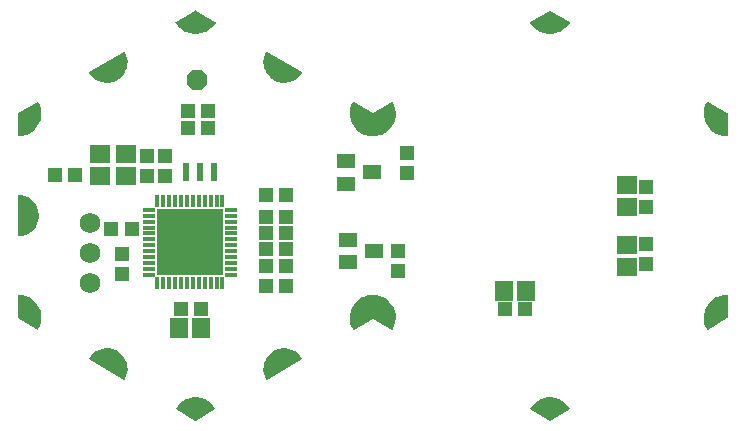
<source format=gbr>
G04 EAGLE Gerber RS-274X export*
G75*
%MOMM*%
%FSLAX34Y34*%
%LPD*%
%INSoldermask Bottom*%
%IPPOS*%
%AMOC8*
5,1,8,0,0,1.08239X$1,22.5*%
G01*
%ADD10C,1.203200*%
%ADD11P,1.869504X8X22.500000*%
%ADD12R,1.303200X1.203200*%
%ADD13R,1.203200X1.303200*%
%ADD14R,1.703200X1.503200*%
%ADD15R,1.503200X1.703200*%
%ADD16C,1.727200*%
%ADD17R,1.603200X1.203200*%
%ADD18R,0.457200X1.016000*%
%ADD19R,1.016000X0.457200*%
%ADD20R,5.588000X5.588000*%
%ADD21R,0.603200X1.603197*%

G36*
X8Y154416D02*
X8Y154416D01*
X21Y154415D01*
X3071Y154657D01*
X3104Y154667D01*
X3150Y154670D01*
X6122Y155399D01*
X6153Y155413D01*
X6198Y155424D01*
X6262Y155451D01*
X7438Y155951D01*
X8614Y156450D01*
X9015Y156620D01*
X9043Y156639D01*
X9086Y156657D01*
X11674Y158290D01*
X11699Y158313D01*
X11738Y158338D01*
X14031Y160364D01*
X14052Y160391D01*
X14087Y160422D01*
X16025Y162790D01*
X16041Y162820D01*
X16071Y162856D01*
X17604Y165504D01*
X17615Y165536D01*
X17638Y165577D01*
X17691Y165716D01*
X17692Y165716D01*
X17692Y165717D01*
X18452Y167713D01*
X18452Y167714D01*
X18642Y168213D01*
X18727Y168436D01*
X18732Y168470D01*
X18749Y168514D01*
X19365Y171511D01*
X19365Y171545D01*
X19375Y171591D01*
X19501Y174648D01*
X19496Y174681D01*
X19498Y174728D01*
X19133Y177766D01*
X19123Y177798D01*
X19117Y177845D01*
X18269Y180785D01*
X18254Y180815D01*
X18241Y180860D01*
X16933Y183626D01*
X16915Y183649D01*
X16905Y183676D01*
X16856Y183728D01*
X16813Y183785D01*
X16789Y183800D01*
X16769Y183820D01*
X16703Y183849D01*
X16642Y183885D01*
X16613Y183889D01*
X16587Y183900D01*
X16515Y183901D01*
X16444Y183910D01*
X16417Y183903D01*
X16388Y183903D01*
X16294Y183868D01*
X16253Y183857D01*
X16245Y183850D01*
X16232Y183845D01*
X-19Y174489D01*
X-16270Y183845D01*
X-16297Y183854D01*
X-16320Y183871D01*
X-16391Y183885D01*
X-16458Y183908D01*
X-16487Y183906D01*
X-16515Y183912D01*
X-16585Y183898D01*
X-16657Y183892D01*
X-16682Y183879D01*
X-16710Y183874D01*
X-16769Y183834D01*
X-16833Y183801D01*
X-16851Y183778D01*
X-16875Y183762D01*
X-16933Y183680D01*
X-16959Y183647D01*
X-16962Y183637D01*
X-16970Y183626D01*
X-18279Y180860D01*
X-18287Y180827D01*
X-18307Y180785D01*
X-19155Y177845D01*
X-19157Y177811D01*
X-19171Y177766D01*
X-19536Y174728D01*
X-19533Y174694D01*
X-19539Y174648D01*
X-19412Y171591D01*
X-19404Y171558D01*
X-19402Y171511D01*
X-18787Y168514D01*
X-18773Y168482D01*
X-18764Y168436D01*
X-17676Y165577D01*
X-17658Y165548D01*
X-17641Y165504D01*
X-16108Y162856D01*
X-16086Y162831D01*
X-16062Y162790D01*
X-14124Y160422D01*
X-14098Y160401D01*
X-14069Y160364D01*
X-11776Y158338D01*
X-11747Y158321D01*
X-11712Y158290D01*
X-9124Y156657D01*
X-9092Y156645D01*
X-9052Y156620D01*
X-6236Y155424D01*
X-6203Y155417D01*
X-6160Y155399D01*
X-3188Y154670D01*
X-3154Y154669D01*
X-3109Y154657D01*
X-58Y154415D01*
X-30Y154418D01*
X-2Y154414D01*
X8Y154416D01*
G37*
G36*
X16548Y-9273D02*
X16548Y-9273D01*
X16619Y-9267D01*
X16644Y-9254D01*
X16673Y-9249D01*
X16732Y-9209D01*
X16795Y-9176D01*
X16814Y-9153D01*
X16837Y-9137D01*
X16895Y-9055D01*
X16922Y-9022D01*
X16925Y-9012D01*
X16933Y-9001D01*
X18241Y-6235D01*
X18249Y-6202D01*
X18269Y-6160D01*
X19117Y-3220D01*
X19120Y-3186D01*
X19133Y-3141D01*
X19498Y-103D01*
X19496Y-69D01*
X19501Y-23D01*
X19375Y3034D01*
X19366Y3067D01*
X19365Y3114D01*
X18749Y6111D01*
X18736Y6143D01*
X18727Y6189D01*
X17638Y9048D01*
X17620Y9077D01*
X17604Y9121D01*
X16071Y11769D01*
X16048Y11794D01*
X16025Y11835D01*
X14087Y14203D01*
X14061Y14224D01*
X14031Y14261D01*
X11738Y16287D01*
X11709Y16304D01*
X11674Y16335D01*
X9086Y17968D01*
X9054Y17980D01*
X9015Y18005D01*
X6198Y19201D01*
X6165Y19208D01*
X6122Y19226D01*
X3150Y19955D01*
X3116Y19956D01*
X3071Y19968D01*
X21Y20210D01*
X-7Y20207D01*
X-35Y20211D01*
X-45Y20209D01*
X-58Y20210D01*
X-3109Y19968D01*
X-3141Y19958D01*
X-3188Y19955D01*
X-6160Y19226D01*
X-6190Y19212D01*
X-6236Y19201D01*
X-6400Y19131D01*
X-7576Y18632D01*
X-8752Y18132D01*
X-9052Y18005D01*
X-9080Y17986D01*
X-9124Y17968D01*
X-11712Y16335D01*
X-11736Y16312D01*
X-11776Y16287D01*
X-14069Y14261D01*
X-14089Y14234D01*
X-14124Y14203D01*
X-16062Y11835D01*
X-16078Y11805D01*
X-16108Y11769D01*
X-17641Y9121D01*
X-17652Y9089D01*
X-17676Y9048D01*
X-18764Y6189D01*
X-18770Y6155D01*
X-18787Y6111D01*
X-19402Y3114D01*
X-19402Y3080D01*
X-19412Y3034D01*
X-19539Y-23D01*
X-19534Y-56D01*
X-19536Y-103D01*
X-19171Y-3141D01*
X-19160Y-3173D01*
X-19155Y-3220D01*
X-18307Y-6160D01*
X-18291Y-6190D01*
X-18279Y-6235D01*
X-16970Y-9001D01*
X-16953Y-9024D01*
X-16943Y-9051D01*
X-16894Y-9103D01*
X-16851Y-9160D01*
X-16826Y-9175D01*
X-16807Y-9195D01*
X-16741Y-9224D01*
X-16679Y-9260D01*
X-16651Y-9264D01*
X-16624Y-9275D01*
X-16553Y-9276D01*
X-16482Y-9285D01*
X-16454Y-9278D01*
X-16426Y-9278D01*
X-16331Y-9243D01*
X-16290Y-9232D01*
X-16282Y-9225D01*
X-16270Y-9220D01*
X-19Y136D01*
X16232Y-9220D01*
X16259Y-9229D01*
X16283Y-9246D01*
X16353Y-9260D01*
X16421Y-9283D01*
X16449Y-9281D01*
X16477Y-9287D01*
X16548Y-9273D01*
G37*
G36*
X-299991Y69816D02*
X-299991Y69816D01*
X-299978Y69815D01*
X-297179Y70047D01*
X-297146Y70057D01*
X-297098Y70060D01*
X-294376Y70750D01*
X-294345Y70765D01*
X-294298Y70776D01*
X-291727Y71904D01*
X-291699Y71924D01*
X-291655Y71943D01*
X-289304Y73479D01*
X-289279Y73504D01*
X-289239Y73530D01*
X-287173Y75431D01*
X-287161Y75448D01*
X-287148Y75457D01*
X-287138Y75473D01*
X-287117Y75492D01*
X-285393Y77708D01*
X-285378Y77739D01*
X-285348Y77777D01*
X-284012Y80246D01*
X-284001Y80279D01*
X-283978Y80322D01*
X-283067Y82977D01*
X-283062Y83012D01*
X-283047Y83057D01*
X-282584Y85826D01*
X-282586Y85861D01*
X-282578Y85909D01*
X-282578Y88716D01*
X-282584Y88750D01*
X-282584Y88799D01*
X-283047Y91568D01*
X-283059Y91600D01*
X-283067Y91648D01*
X-283978Y94303D01*
X-283996Y94333D01*
X-284012Y94379D01*
X-285348Y96848D01*
X-285370Y96875D01*
X-285393Y96917D01*
X-287117Y99133D01*
X-287144Y99156D01*
X-287173Y99194D01*
X-289239Y101095D01*
X-289269Y101113D01*
X-289304Y101146D01*
X-291655Y102682D01*
X-291687Y102694D01*
X-291727Y102721D01*
X-294298Y103849D01*
X-294332Y103856D01*
X-294376Y103875D01*
X-297098Y104565D01*
X-297133Y104566D01*
X-297179Y104578D01*
X-299978Y104810D01*
X-300006Y104807D01*
X-300035Y104811D01*
X-300104Y104795D01*
X-300175Y104787D01*
X-300200Y104772D01*
X-300229Y104765D01*
X-300286Y104723D01*
X-300348Y104688D01*
X-300365Y104665D01*
X-300389Y104648D01*
X-300425Y104587D01*
X-300468Y104530D01*
X-300475Y104502D01*
X-300490Y104477D01*
X-300507Y104378D01*
X-300517Y104337D01*
X-300516Y104326D01*
X-300518Y104313D01*
X-300518Y70313D01*
X-300512Y70284D01*
X-300515Y70255D01*
X-300493Y70187D01*
X-300478Y70118D01*
X-300462Y70094D01*
X-300453Y70066D01*
X-300406Y70012D01*
X-300366Y69954D01*
X-300341Y69938D01*
X-300322Y69916D01*
X-300258Y69885D01*
X-300198Y69847D01*
X-300170Y69842D01*
X-300143Y69829D01*
X-300044Y69821D01*
X-300002Y69814D01*
X-299991Y69816D01*
G37*
G36*
X-210253Y-51573D02*
X-210253Y-51573D01*
X-210182Y-51568D01*
X-210156Y-51554D01*
X-210127Y-51549D01*
X-210069Y-51509D01*
X-210005Y-51476D01*
X-209987Y-51454D01*
X-209963Y-51437D01*
X-209906Y-51356D01*
X-209879Y-51323D01*
X-209875Y-51312D01*
X-209867Y-51301D01*
X-208669Y-48765D01*
X-208661Y-48732D01*
X-208640Y-48688D01*
X-207875Y-45990D01*
X-207872Y-45956D01*
X-207859Y-45909D01*
X-207549Y-43122D01*
X-207551Y-43093D01*
X-207550Y-43083D01*
X-207551Y-43078D01*
X-207546Y-43039D01*
X-207699Y-40239D01*
X-207708Y-40206D01*
X-207710Y-40157D01*
X-208322Y-37420D01*
X-208336Y-37389D01*
X-208346Y-37342D01*
X-209400Y-34743D01*
X-209419Y-34714D01*
X-209437Y-34669D01*
X-210904Y-32279D01*
X-210928Y-32253D01*
X-210953Y-32212D01*
X-212794Y-30096D01*
X-212821Y-30075D01*
X-212853Y-30039D01*
X-215016Y-28254D01*
X-215047Y-28238D01*
X-215084Y-28207D01*
X-217512Y-26804D01*
X-217545Y-26793D01*
X-217586Y-26768D01*
X-220212Y-25783D01*
X-220246Y-25778D01*
X-220291Y-25761D01*
X-223044Y-25221D01*
X-223078Y-25222D01*
X-223126Y-25212D01*
X-225929Y-25133D01*
X-225963Y-25139D01*
X-226011Y-25138D01*
X-228789Y-25521D01*
X-228822Y-25532D01*
X-228870Y-25539D01*
X-231547Y-26374D01*
X-231578Y-26391D01*
X-231623Y-26405D01*
X-234127Y-27670D01*
X-234154Y-27691D01*
X-234197Y-27713D01*
X-236458Y-29373D01*
X-236481Y-29398D01*
X-236520Y-29427D01*
X-238477Y-31436D01*
X-238496Y-31465D01*
X-238529Y-31499D01*
X-240129Y-33803D01*
X-240140Y-33830D01*
X-240159Y-33852D01*
X-240179Y-33920D01*
X-240207Y-33985D01*
X-240208Y-34015D01*
X-240216Y-34043D01*
X-240208Y-34113D01*
X-240209Y-34184D01*
X-240197Y-34211D01*
X-240194Y-34240D01*
X-240159Y-34302D01*
X-240132Y-34368D01*
X-240111Y-34388D01*
X-240097Y-34414D01*
X-240020Y-34477D01*
X-239990Y-34507D01*
X-239979Y-34511D01*
X-239969Y-34520D01*
X-210569Y-51520D01*
X-210541Y-51529D01*
X-210517Y-51546D01*
X-210448Y-51560D01*
X-210380Y-51583D01*
X-210351Y-51581D01*
X-210323Y-51587D01*
X-210253Y-51573D01*
G37*
G36*
X-223126Y199837D02*
X-223126Y199837D01*
X-223092Y199845D01*
X-223044Y199846D01*
X-220291Y200386D01*
X-220259Y200399D01*
X-220212Y200408D01*
X-217586Y201393D01*
X-217557Y201412D01*
X-217512Y201429D01*
X-215084Y202832D01*
X-215058Y202855D01*
X-215016Y202879D01*
X-212853Y204664D01*
X-212831Y204691D01*
X-212794Y204721D01*
X-210953Y206837D01*
X-210936Y206868D01*
X-210904Y206904D01*
X-209437Y209294D01*
X-209425Y209327D01*
X-209400Y209368D01*
X-208346Y211967D01*
X-208340Y212001D01*
X-208322Y212045D01*
X-207710Y214782D01*
X-207710Y214817D01*
X-207699Y214864D01*
X-207546Y217664D01*
X-207551Y217699D01*
X-207549Y217747D01*
X-207859Y220534D01*
X-207870Y220567D01*
X-207875Y220615D01*
X-208640Y223313D01*
X-208656Y223344D01*
X-208669Y223390D01*
X-209867Y225926D01*
X-209885Y225949D01*
X-209895Y225977D01*
X-209944Y226028D01*
X-209986Y226085D01*
X-210012Y226100D01*
X-210032Y226121D01*
X-210097Y226149D01*
X-210158Y226185D01*
X-210187Y226189D01*
X-210214Y226201D01*
X-210285Y226201D01*
X-210356Y226210D01*
X-210384Y226203D01*
X-210413Y226203D01*
X-210506Y226168D01*
X-210547Y226157D01*
X-210556Y226150D01*
X-210569Y226145D01*
X-239969Y209145D01*
X-239990Y209125D01*
X-240017Y209113D01*
X-240064Y209060D01*
X-240118Y209013D01*
X-240130Y208987D01*
X-240150Y208965D01*
X-240173Y208897D01*
X-240203Y208833D01*
X-240204Y208804D01*
X-240214Y208777D01*
X-240209Y208706D01*
X-240212Y208635D01*
X-240202Y208607D01*
X-240200Y208578D01*
X-240157Y208488D01*
X-240142Y208448D01*
X-240135Y208440D01*
X-240129Y208428D01*
X-238529Y206124D01*
X-238504Y206100D01*
X-238477Y206061D01*
X-236520Y204052D01*
X-236491Y204032D01*
X-236458Y203998D01*
X-234197Y202338D01*
X-234165Y202324D01*
X-234127Y202295D01*
X-231623Y201030D01*
X-231590Y201021D01*
X-231547Y200999D01*
X-228870Y200164D01*
X-228835Y200160D01*
X-228789Y200146D01*
X-226011Y199763D01*
X-225977Y199765D01*
X-225929Y199758D01*
X-223126Y199837D01*
G37*
G36*
X-89654Y-51578D02*
X-89654Y-51578D01*
X-89625Y-51578D01*
X-89532Y-51543D01*
X-89491Y-51532D01*
X-89482Y-51525D01*
X-89469Y-51520D01*
X-60069Y-34520D01*
X-60047Y-34500D01*
X-60021Y-34488D01*
X-59973Y-34435D01*
X-59920Y-34388D01*
X-59907Y-34362D01*
X-59888Y-34340D01*
X-59865Y-34272D01*
X-59834Y-34208D01*
X-59833Y-34179D01*
X-59824Y-34152D01*
X-59829Y-34081D01*
X-59826Y-34010D01*
X-59836Y-33982D01*
X-59838Y-33953D01*
X-59880Y-33863D01*
X-59895Y-33823D01*
X-59903Y-33815D01*
X-59909Y-33803D01*
X-61508Y-31499D01*
X-61533Y-31475D01*
X-61561Y-31436D01*
X-63518Y-29427D01*
X-63546Y-29407D01*
X-63580Y-29373D01*
X-65841Y-27713D01*
X-65872Y-27699D01*
X-65911Y-27670D01*
X-68414Y-26405D01*
X-68447Y-26396D01*
X-68490Y-26374D01*
X-71168Y-25539D01*
X-71202Y-25535D01*
X-71248Y-25521D01*
X-74026Y-25138D01*
X-74061Y-25140D01*
X-74109Y-25133D01*
X-76912Y-25212D01*
X-76946Y-25220D01*
X-76994Y-25221D01*
X-79746Y-25761D01*
X-79778Y-25774D01*
X-79825Y-25783D01*
X-82451Y-26768D01*
X-82481Y-26787D01*
X-82526Y-26804D01*
X-84954Y-28207D01*
X-84980Y-28230D01*
X-85021Y-28254D01*
X-87185Y-30039D01*
X-87207Y-30066D01*
X-87244Y-30096D01*
X-89084Y-32212D01*
X-89102Y-32243D01*
X-89133Y-32279D01*
X-90600Y-34669D01*
X-90612Y-34702D01*
X-90638Y-34743D01*
X-91691Y-37342D01*
X-91698Y-37376D01*
X-91716Y-37420D01*
X-92327Y-40157D01*
X-92328Y-40192D01*
X-92338Y-40239D01*
X-92491Y-43039D01*
X-92486Y-43074D01*
X-92489Y-43122D01*
X-92178Y-45909D01*
X-92168Y-45942D01*
X-92163Y-45990D01*
X-91398Y-48688D01*
X-91382Y-48719D01*
X-91369Y-48765D01*
X-90170Y-51301D01*
X-90153Y-51324D01*
X-90142Y-51352D01*
X-90094Y-51403D01*
X-90051Y-51460D01*
X-90026Y-51475D01*
X-90006Y-51496D01*
X-89941Y-51524D01*
X-89879Y-51560D01*
X-89850Y-51564D01*
X-89824Y-51576D01*
X-89753Y-51576D01*
X-89682Y-51585D01*
X-89654Y-51578D01*
G37*
G36*
X-74074Y199764D02*
X-74074Y199764D01*
X-74026Y199763D01*
X-71248Y200146D01*
X-71215Y200157D01*
X-71168Y200164D01*
X-68490Y200999D01*
X-68460Y201016D01*
X-68414Y201030D01*
X-65911Y202295D01*
X-65884Y202316D01*
X-65841Y202338D01*
X-63580Y203998D01*
X-63557Y204023D01*
X-63518Y204052D01*
X-61561Y206061D01*
X-61542Y206090D01*
X-61508Y206124D01*
X-59909Y208428D01*
X-59897Y208455D01*
X-59879Y208477D01*
X-59858Y208545D01*
X-59830Y208610D01*
X-59830Y208640D01*
X-59822Y208668D01*
X-59829Y208738D01*
X-59829Y208809D01*
X-59840Y208836D01*
X-59843Y208865D01*
X-59878Y208927D01*
X-59906Y208993D01*
X-59926Y209013D01*
X-59941Y209039D01*
X-60017Y209102D01*
X-60048Y209132D01*
X-60058Y209136D01*
X-60069Y209145D01*
X-89469Y226145D01*
X-89497Y226154D01*
X-89520Y226171D01*
X-89590Y226185D01*
X-89657Y226208D01*
X-89686Y226206D01*
X-89715Y226212D01*
X-89785Y226198D01*
X-89856Y226193D01*
X-89882Y226179D01*
X-89910Y226174D01*
X-89969Y226134D01*
X-90032Y226101D01*
X-90051Y226079D01*
X-90075Y226062D01*
X-90132Y225981D01*
X-90159Y225948D01*
X-90162Y225937D01*
X-90170Y225926D01*
X-91369Y223390D01*
X-91377Y223357D01*
X-91398Y223313D01*
X-92163Y220615D01*
X-92165Y220581D01*
X-92178Y220534D01*
X-92489Y217747D01*
X-92486Y217719D01*
X-92487Y217714D01*
X-92486Y217709D01*
X-92491Y217664D01*
X-92338Y214864D01*
X-92330Y214831D01*
X-92327Y214782D01*
X-91716Y212045D01*
X-91702Y212014D01*
X-91691Y211967D01*
X-90638Y209368D01*
X-90618Y209339D01*
X-90600Y209294D01*
X-89133Y206904D01*
X-89110Y206878D01*
X-89084Y206837D01*
X-87244Y204721D01*
X-87216Y204700D01*
X-87185Y204664D01*
X-85021Y202879D01*
X-84991Y202863D01*
X-84954Y202832D01*
X-82526Y201429D01*
X-82493Y201418D01*
X-82451Y201393D01*
X-79825Y200408D01*
X-79791Y200403D01*
X-79746Y200386D01*
X-76994Y199846D01*
X-76959Y199847D01*
X-76912Y199837D01*
X-74109Y199758D01*
X-74074Y199764D01*
G37*
G36*
X-300010Y154377D02*
X-300010Y154377D01*
X-299997Y154375D01*
X-296941Y154622D01*
X-296908Y154632D01*
X-296861Y154635D01*
X-293884Y155369D01*
X-293854Y155383D01*
X-293808Y155394D01*
X-290987Y156596D01*
X-290959Y156615D01*
X-290916Y156633D01*
X-288325Y158272D01*
X-288300Y158296D01*
X-288260Y158321D01*
X-285965Y160354D01*
X-285945Y160381D01*
X-285910Y160412D01*
X-283970Y162787D01*
X-283955Y162817D01*
X-283925Y162853D01*
X-282392Y165508D01*
X-282381Y165541D01*
X-282357Y165581D01*
X-281270Y168448D01*
X-281264Y168481D01*
X-281248Y168525D01*
X-280634Y171529D01*
X-280634Y171563D01*
X-280625Y171609D01*
X-280501Y174673D01*
X-280507Y174706D01*
X-280504Y174753D01*
X-280874Y177797D01*
X-280885Y177829D01*
X-280890Y177876D01*
X-281743Y180821D01*
X-281759Y180851D01*
X-281772Y180896D01*
X-283086Y183666D01*
X-283103Y183689D01*
X-283114Y183716D01*
X-283163Y183768D01*
X-283205Y183825D01*
X-283230Y183840D01*
X-283250Y183861D01*
X-283316Y183889D01*
X-283377Y183925D01*
X-283406Y183929D01*
X-283433Y183940D01*
X-283504Y183941D01*
X-283575Y183950D01*
X-283603Y183942D01*
X-283631Y183942D01*
X-283725Y183907D01*
X-283766Y183896D01*
X-283775Y183889D01*
X-283787Y183884D01*
X-300265Y174345D01*
X-300322Y174293D01*
X-300384Y174248D01*
X-300396Y174228D01*
X-300413Y174213D01*
X-300446Y174143D01*
X-300486Y174077D01*
X-300490Y174052D01*
X-300499Y174033D01*
X-300501Y173989D01*
X-300514Y173913D01*
X-300536Y154874D01*
X-300531Y154845D01*
X-300533Y154816D01*
X-300511Y154749D01*
X-300497Y154679D01*
X-300481Y154655D01*
X-300472Y154627D01*
X-300425Y154573D01*
X-300385Y154515D01*
X-300360Y154499D01*
X-300341Y154477D01*
X-300277Y154446D01*
X-300217Y154407D01*
X-300189Y154403D01*
X-300163Y154390D01*
X-300063Y154381D01*
X-300021Y154374D01*
X-300010Y154377D01*
G37*
G36*
X-283472Y-9313D02*
X-283472Y-9313D01*
X-283401Y-9307D01*
X-283375Y-9294D01*
X-283346Y-9288D01*
X-283287Y-9248D01*
X-283224Y-9216D01*
X-283205Y-9193D01*
X-283181Y-9177D01*
X-283124Y-9095D01*
X-283097Y-9063D01*
X-283094Y-9052D01*
X-283086Y-9041D01*
X-281772Y-6271D01*
X-281763Y-6238D01*
X-281743Y-6196D01*
X-280890Y-3251D01*
X-280887Y-3217D01*
X-280874Y-3172D01*
X-280504Y-128D01*
X-280507Y-94D01*
X-280501Y-48D01*
X-280625Y3016D01*
X-280633Y3049D01*
X-280634Y3096D01*
X-281248Y6100D01*
X-281261Y6131D01*
X-281270Y6177D01*
X-282357Y9044D01*
X-282375Y9073D01*
X-282392Y9117D01*
X-283925Y11772D01*
X-283947Y11798D01*
X-283970Y11838D01*
X-285910Y14213D01*
X-285936Y14235D01*
X-285965Y14271D01*
X-288260Y16305D01*
X-288290Y16321D01*
X-288325Y16353D01*
X-290916Y17992D01*
X-290948Y18004D01*
X-290987Y18029D01*
X-293808Y19231D01*
X-293841Y19238D01*
X-293884Y19256D01*
X-296861Y19990D01*
X-296895Y19991D01*
X-296941Y20003D01*
X-299997Y20250D01*
X-300026Y20246D01*
X-300054Y20251D01*
X-300124Y20234D01*
X-300194Y20226D01*
X-300220Y20211D01*
X-300248Y20205D01*
X-300305Y20162D01*
X-300367Y20127D01*
X-300384Y20104D01*
X-300408Y20087D01*
X-300444Y20025D01*
X-300487Y19968D01*
X-300494Y19940D01*
X-300509Y19915D01*
X-300525Y19817D01*
X-300536Y19776D01*
X-300534Y19765D01*
X-300536Y19751D01*
X-300514Y712D01*
X-300498Y637D01*
X-300490Y560D01*
X-300478Y540D01*
X-300474Y517D01*
X-300430Y454D01*
X-300393Y387D01*
X-300373Y370D01*
X-300361Y353D01*
X-300323Y329D01*
X-300265Y280D01*
X-283787Y-9259D01*
X-283760Y-9268D01*
X-283736Y-9285D01*
X-283666Y-9300D01*
X-283599Y-9322D01*
X-283570Y-9320D01*
X-283542Y-9326D01*
X-283472Y-9313D01*
G37*
G36*
X149997Y-86377D02*
X149997Y-86377D01*
X150074Y-86378D01*
X150099Y-86369D01*
X150119Y-86367D01*
X150159Y-86347D01*
X150230Y-86320D01*
X166730Y-76820D01*
X166752Y-76801D01*
X166778Y-76789D01*
X166812Y-76751D01*
X166815Y-76749D01*
X166818Y-76745D01*
X166826Y-76736D01*
X166879Y-76689D01*
X166892Y-76663D01*
X166911Y-76641D01*
X166935Y-76574D01*
X166965Y-76509D01*
X166967Y-76480D01*
X166976Y-76453D01*
X166971Y-76382D01*
X166975Y-76311D01*
X166965Y-76284D01*
X166963Y-76255D01*
X166920Y-76164D01*
X166905Y-76124D01*
X166898Y-76116D01*
X166892Y-76104D01*
X165150Y-73580D01*
X165126Y-73557D01*
X165100Y-73518D01*
X162976Y-71307D01*
X162948Y-71288D01*
X162915Y-71254D01*
X160464Y-69412D01*
X160433Y-69397D01*
X160396Y-69369D01*
X157681Y-67944D01*
X157649Y-67934D01*
X157607Y-67912D01*
X154699Y-66941D01*
X154673Y-66938D01*
X154663Y-66937D01*
X154621Y-66922D01*
X151594Y-66430D01*
X151561Y-66432D01*
X151514Y-66424D01*
X148448Y-66424D01*
X148415Y-66431D01*
X148368Y-66430D01*
X145342Y-66922D01*
X145310Y-66934D01*
X145264Y-66941D01*
X142355Y-67912D01*
X142326Y-67929D01*
X142281Y-67944D01*
X139566Y-69369D01*
X139540Y-69390D01*
X139498Y-69412D01*
X137047Y-71254D01*
X137025Y-71279D01*
X136987Y-71307D01*
X134863Y-73518D01*
X134845Y-73547D01*
X134812Y-73580D01*
X133070Y-76104D01*
X133059Y-76131D01*
X133041Y-76153D01*
X133020Y-76221D01*
X132992Y-76287D01*
X132992Y-76316D01*
X132984Y-76343D01*
X132992Y-76415D01*
X132992Y-76486D01*
X133003Y-76512D01*
X133006Y-76541D01*
X133041Y-76603D01*
X133069Y-76669D01*
X133090Y-76689D01*
X133104Y-76714D01*
X133167Y-76766D01*
X133171Y-76772D01*
X133180Y-76777D01*
X133181Y-76778D01*
X133211Y-76808D01*
X133222Y-76812D01*
X133232Y-76820D01*
X149732Y-86320D01*
X149805Y-86344D01*
X149876Y-86375D01*
X149899Y-86376D01*
X149921Y-86383D01*
X149997Y-86377D01*
G37*
G36*
X-150003Y-86377D02*
X-150003Y-86377D01*
X-149926Y-86378D01*
X-149901Y-86369D01*
X-149881Y-86367D01*
X-149841Y-86347D01*
X-149770Y-86320D01*
X-133270Y-76820D01*
X-133248Y-76801D01*
X-133222Y-76789D01*
X-133188Y-76751D01*
X-133185Y-76749D01*
X-133182Y-76745D01*
X-133174Y-76736D01*
X-133121Y-76689D01*
X-133108Y-76663D01*
X-133089Y-76641D01*
X-133065Y-76574D01*
X-133035Y-76509D01*
X-133033Y-76480D01*
X-133024Y-76453D01*
X-133029Y-76382D01*
X-133025Y-76311D01*
X-133036Y-76284D01*
X-133038Y-76255D01*
X-133080Y-76164D01*
X-133095Y-76124D01*
X-133102Y-76116D01*
X-133108Y-76104D01*
X-134850Y-73580D01*
X-134874Y-73557D01*
X-134900Y-73518D01*
X-137025Y-71307D01*
X-137052Y-71288D01*
X-137085Y-71254D01*
X-139536Y-69412D01*
X-139567Y-69397D01*
X-139604Y-69369D01*
X-142319Y-67944D01*
X-142351Y-67934D01*
X-142393Y-67912D01*
X-145301Y-66941D01*
X-145327Y-66938D01*
X-145337Y-66937D01*
X-145379Y-66922D01*
X-148406Y-66430D01*
X-148439Y-66432D01*
X-148486Y-66424D01*
X-151552Y-66424D01*
X-151585Y-66431D01*
X-151632Y-66430D01*
X-154658Y-66922D01*
X-154690Y-66934D01*
X-154736Y-66941D01*
X-157645Y-67912D01*
X-157674Y-67929D01*
X-157719Y-67944D01*
X-160434Y-69369D01*
X-160460Y-69390D01*
X-160502Y-69412D01*
X-162953Y-71254D01*
X-162975Y-71279D01*
X-163013Y-71307D01*
X-165137Y-73518D01*
X-165155Y-73547D01*
X-165188Y-73580D01*
X-166930Y-76104D01*
X-166941Y-76131D01*
X-166959Y-76153D01*
X-166980Y-76221D01*
X-167008Y-76287D01*
X-167008Y-76316D01*
X-167016Y-76343D01*
X-167008Y-76415D01*
X-167008Y-76486D01*
X-166997Y-76512D01*
X-166994Y-76541D01*
X-166959Y-76603D01*
X-166931Y-76669D01*
X-166910Y-76689D01*
X-166896Y-76714D01*
X-166833Y-76766D01*
X-166829Y-76772D01*
X-166820Y-76777D01*
X-166819Y-76778D01*
X-166789Y-76808D01*
X-166778Y-76812D01*
X-166768Y-76820D01*
X-150268Y-86320D01*
X-150195Y-86344D01*
X-150124Y-86375D01*
X-150101Y-86376D01*
X-150079Y-86383D01*
X-150003Y-86377D01*
G37*
G36*
X-148452Y241056D02*
X-148452Y241056D01*
X-148406Y241055D01*
X-145379Y241547D01*
X-145347Y241559D01*
X-145301Y241566D01*
X-142393Y242537D01*
X-142363Y242554D01*
X-142319Y242569D01*
X-139604Y243994D01*
X-139578Y244015D01*
X-139536Y244037D01*
X-137085Y245879D01*
X-137062Y245904D01*
X-137025Y245932D01*
X-134900Y248143D01*
X-134882Y248172D01*
X-134850Y248205D01*
X-133108Y250729D01*
X-133097Y250756D01*
X-133078Y250778D01*
X-133058Y250846D01*
X-133030Y250912D01*
X-133030Y250941D01*
X-133021Y250968D01*
X-133029Y251040D01*
X-133029Y251111D01*
X-133040Y251137D01*
X-133044Y251166D01*
X-133079Y251228D01*
X-133106Y251294D01*
X-133127Y251314D01*
X-133141Y251339D01*
X-133218Y251403D01*
X-133249Y251433D01*
X-133259Y251437D01*
X-133270Y251445D01*
X-149770Y260945D01*
X-149842Y260969D01*
X-149913Y261000D01*
X-149936Y261001D01*
X-149958Y261008D01*
X-150035Y261002D01*
X-150112Y261003D01*
X-150136Y260994D01*
X-150157Y260992D01*
X-150196Y260972D01*
X-150268Y260945D01*
X-166768Y251445D01*
X-166790Y251426D01*
X-166816Y251414D01*
X-166864Y251361D01*
X-166917Y251314D01*
X-166930Y251288D01*
X-166949Y251266D01*
X-166972Y251199D01*
X-167003Y251134D01*
X-167004Y251105D01*
X-167014Y251078D01*
X-167009Y251007D01*
X-167012Y250936D01*
X-167002Y250909D01*
X-167000Y250880D01*
X-166958Y250789D01*
X-166943Y250749D01*
X-166935Y250741D01*
X-166930Y250729D01*
X-165188Y248205D01*
X-165163Y248182D01*
X-165137Y248143D01*
X-163013Y245932D01*
X-162985Y245913D01*
X-162953Y245879D01*
X-160502Y244037D01*
X-160471Y244022D01*
X-160434Y243994D01*
X-157719Y242569D01*
X-157686Y242559D01*
X-157645Y242537D01*
X-154736Y241566D01*
X-154703Y241562D01*
X-154658Y241547D01*
X-151632Y241055D01*
X-151598Y241057D01*
X-151552Y241049D01*
X-148486Y241049D01*
X-148452Y241056D01*
G37*
G36*
X151548Y241056D02*
X151548Y241056D01*
X151594Y241055D01*
X154621Y241547D01*
X154653Y241559D01*
X154699Y241566D01*
X157607Y242537D01*
X157637Y242554D01*
X157681Y242569D01*
X160396Y243994D01*
X160423Y244015D01*
X160464Y244037D01*
X162915Y245879D01*
X162938Y245904D01*
X162976Y245932D01*
X165100Y248143D01*
X165118Y248172D01*
X165150Y248205D01*
X166892Y250729D01*
X166904Y250756D01*
X166922Y250778D01*
X166942Y250846D01*
X166970Y250912D01*
X166970Y250941D01*
X166979Y250968D01*
X166971Y251040D01*
X166971Y251111D01*
X166960Y251137D01*
X166956Y251166D01*
X166921Y251228D01*
X166894Y251294D01*
X166873Y251314D01*
X166859Y251339D01*
X166782Y251403D01*
X166751Y251433D01*
X166741Y251437D01*
X166730Y251445D01*
X150230Y260945D01*
X150158Y260969D01*
X150087Y261000D01*
X150064Y261001D01*
X150042Y261008D01*
X149965Y261002D01*
X149888Y261003D01*
X149864Y260994D01*
X149844Y260992D01*
X149804Y260972D01*
X149732Y260945D01*
X133232Y251445D01*
X133211Y251426D01*
X133184Y251414D01*
X133137Y251361D01*
X133083Y251314D01*
X133071Y251288D01*
X133051Y251266D01*
X133028Y251199D01*
X132997Y251134D01*
X132996Y251105D01*
X132986Y251078D01*
X132991Y251007D01*
X132988Y250936D01*
X132998Y250909D01*
X133000Y250880D01*
X133042Y250789D01*
X133057Y250749D01*
X133065Y250741D01*
X133070Y250729D01*
X134812Y248205D01*
X134837Y248182D01*
X134863Y248143D01*
X136987Y245932D01*
X137015Y245913D01*
X137047Y245879D01*
X139498Y244037D01*
X139529Y244022D01*
X139566Y243994D01*
X142281Y242569D01*
X142314Y242559D01*
X142355Y242537D01*
X145264Y241566D01*
X145297Y241562D01*
X145342Y241547D01*
X148368Y241055D01*
X148402Y241057D01*
X148448Y241049D01*
X151514Y241049D01*
X151548Y241056D01*
G37*
G36*
X300068Y154430D02*
X300068Y154430D01*
X300139Y154439D01*
X300164Y154453D01*
X300191Y154460D01*
X300249Y154502D01*
X300311Y154538D01*
X300329Y154561D01*
X300351Y154577D01*
X300388Y154639D01*
X300431Y154697D01*
X300438Y154724D01*
X300453Y154748D01*
X300470Y154849D01*
X300480Y154889D01*
X300478Y154900D01*
X300481Y154913D01*
X300481Y173913D01*
X300465Y173989D01*
X300456Y174066D01*
X300445Y174086D01*
X300441Y174107D01*
X300397Y174172D01*
X300359Y174239D01*
X300340Y174255D01*
X300328Y174271D01*
X300291Y174295D01*
X300230Y174345D01*
X283730Y183845D01*
X283703Y183854D01*
X283680Y183871D01*
X283609Y183885D01*
X283542Y183908D01*
X283513Y183906D01*
X283485Y183912D01*
X283415Y183898D01*
X283344Y183892D01*
X283318Y183879D01*
X283290Y183874D01*
X283231Y183834D01*
X283167Y183801D01*
X283149Y183778D01*
X283125Y183762D01*
X283067Y183680D01*
X283041Y183647D01*
X283038Y183637D01*
X283030Y183626D01*
X281722Y180860D01*
X281713Y180827D01*
X281693Y180785D01*
X280845Y177845D01*
X280843Y177811D01*
X280829Y177766D01*
X280464Y174728D01*
X280467Y174694D01*
X280461Y174648D01*
X280588Y171591D01*
X280596Y171558D01*
X280598Y171511D01*
X281213Y168514D01*
X281227Y168482D01*
X281236Y168436D01*
X282324Y165577D01*
X282342Y165548D01*
X282359Y165504D01*
X283892Y162856D01*
X283914Y162831D01*
X283938Y162790D01*
X285876Y160422D01*
X285902Y160401D01*
X285931Y160364D01*
X288224Y158338D01*
X288253Y158321D01*
X288288Y158290D01*
X290876Y156657D01*
X290908Y156645D01*
X290948Y156620D01*
X293764Y155424D01*
X293797Y155417D01*
X293840Y155399D01*
X296812Y154670D01*
X296846Y154669D01*
X296891Y154657D01*
X299942Y154415D01*
X299970Y154418D01*
X299998Y154414D01*
X300068Y154430D01*
G37*
G36*
X283546Y-9278D02*
X283546Y-9278D01*
X283574Y-9278D01*
X283669Y-9243D01*
X283710Y-9232D01*
X283718Y-9225D01*
X283730Y-9220D01*
X300230Y280D01*
X300289Y331D01*
X300351Y377D01*
X300363Y397D01*
X300379Y411D01*
X300413Y482D01*
X300453Y548D01*
X300457Y573D01*
X300465Y591D01*
X300467Y635D01*
X300481Y713D01*
X300481Y19713D01*
X300475Y19740D01*
X300477Y19769D01*
X300455Y19837D01*
X300441Y19907D01*
X300425Y19931D01*
X300416Y19958D01*
X300369Y20012D01*
X300328Y20071D01*
X300305Y20087D01*
X300286Y20108D01*
X300221Y20140D01*
X300161Y20178D01*
X300133Y20183D01*
X300107Y20196D01*
X300006Y20205D01*
X299965Y20211D01*
X299955Y20209D01*
X299942Y20210D01*
X296891Y19968D01*
X296859Y19958D01*
X296812Y19955D01*
X293840Y19226D01*
X293810Y19212D01*
X293764Y19201D01*
X293600Y19131D01*
X292424Y18632D01*
X291248Y18132D01*
X290948Y18005D01*
X290920Y17986D01*
X290876Y17968D01*
X288288Y16335D01*
X288264Y16312D01*
X288224Y16287D01*
X285931Y14261D01*
X285911Y14234D01*
X285876Y14203D01*
X283938Y11835D01*
X283922Y11805D01*
X283892Y11769D01*
X282359Y9121D01*
X282348Y9089D01*
X282324Y9048D01*
X281236Y6189D01*
X281230Y6155D01*
X281213Y6111D01*
X280598Y3114D01*
X280598Y3080D01*
X280588Y3034D01*
X280461Y-23D01*
X280466Y-56D01*
X280464Y-103D01*
X280829Y-3141D01*
X280840Y-3173D01*
X280845Y-3220D01*
X281693Y-6160D01*
X281709Y-6190D01*
X281722Y-6235D01*
X283030Y-9001D01*
X283047Y-9024D01*
X283057Y-9051D01*
X283106Y-9103D01*
X283149Y-9160D01*
X283174Y-9175D01*
X283193Y-9195D01*
X283259Y-9224D01*
X283321Y-9260D01*
X283349Y-9264D01*
X283376Y-9275D01*
X283447Y-9276D01*
X283518Y-9285D01*
X283546Y-9278D01*
G37*
D10*
X-150019Y252513D03*
X701Y164833D03*
X701Y9793D03*
X-150019Y-77888D03*
X-221519Y211213D03*
X-78519Y211213D03*
X-78519Y-36588D03*
X-221519Y-36588D03*
X149981Y252513D03*
X293081Y169913D03*
X293081Y4713D03*
X149981Y-77888D03*
X-293086Y169913D03*
X-293086Y4713D03*
X-293119Y87313D03*
D11*
X-148431Y202406D03*
D12*
X-211931Y54538D03*
X-211931Y37538D03*
D13*
X-204225Y76200D03*
X-221225Y76200D03*
X-156138Y161131D03*
X-139138Y161131D03*
D12*
X-156138Y176213D03*
X-139138Y176213D03*
D13*
X-191294Y120881D03*
X-191294Y137881D03*
X-176213Y120881D03*
X-176213Y137881D03*
D12*
X-162488Y7938D03*
X-145488Y7938D03*
D14*
X-230981Y120675D03*
X-230981Y139675D03*
X-208756Y120675D03*
X-208756Y139675D03*
D15*
X-164281Y-7938D03*
X-145281Y-7938D03*
D13*
X-251850Y121444D03*
X-268850Y121444D03*
D16*
X-239713Y80963D03*
X-239713Y55563D03*
X-239713Y30163D03*
D13*
X231775Y63269D03*
X231775Y46269D03*
D14*
X215106Y62681D03*
X215106Y43681D03*
D13*
X-73256Y27781D03*
X-90256Y27781D03*
D17*
X-906Y123825D03*
X-22906Y133325D03*
X-22906Y114325D03*
X1475Y57150D03*
X-20525Y66650D03*
X-20525Y47650D03*
D13*
X-73256Y104775D03*
X-90256Y104775D03*
D12*
X29369Y123263D03*
X29369Y140263D03*
X21431Y57713D03*
X21431Y40713D03*
D13*
X230981Y94688D03*
X230981Y111688D03*
D14*
X215106Y94481D03*
X215106Y113481D03*
D12*
X129150Y7938D03*
X112150Y7938D03*
D15*
X130150Y23813D03*
X111150Y23813D03*
D13*
X-73256Y58738D03*
X-90256Y58738D03*
X-73256Y44450D03*
X-90256Y44450D03*
X-73256Y72231D03*
X-90256Y72231D03*
X-73256Y86519D03*
X-90256Y86519D03*
D18*
X-182257Y99251D03*
X-177256Y99251D03*
X-172254Y99251D03*
X-167253Y99251D03*
X-162252Y99251D03*
X-157251Y99251D03*
X-152249Y99251D03*
X-147248Y99251D03*
X-142247Y99251D03*
X-137246Y99251D03*
X-132244Y99251D03*
X-127243Y99251D03*
D19*
X-120206Y92214D03*
X-120206Y87213D03*
X-120206Y82211D03*
X-120206Y77210D03*
X-120206Y72209D03*
X-120206Y67208D03*
X-120206Y62206D03*
X-120206Y57205D03*
X-120206Y52204D03*
X-120206Y47203D03*
X-120206Y42201D03*
X-120206Y37200D03*
D18*
X-127243Y30163D03*
X-132244Y30163D03*
X-137246Y30163D03*
X-142247Y30163D03*
X-147248Y30163D03*
X-152249Y30163D03*
X-157251Y30163D03*
X-162252Y30163D03*
X-167253Y30163D03*
X-172254Y30163D03*
X-177256Y30163D03*
X-182257Y30163D03*
D19*
X-189294Y37200D03*
X-189294Y42201D03*
X-189294Y47203D03*
X-189294Y52204D03*
X-189294Y57205D03*
X-189294Y62206D03*
X-189294Y67208D03*
X-189294Y72209D03*
X-189294Y77210D03*
X-189294Y82211D03*
X-189294Y87213D03*
X-189294Y92214D03*
D20*
X-154750Y64707D03*
D21*
X-158050Y124619D03*
X-146050Y124619D03*
X-134050Y124619D03*
M02*

</source>
